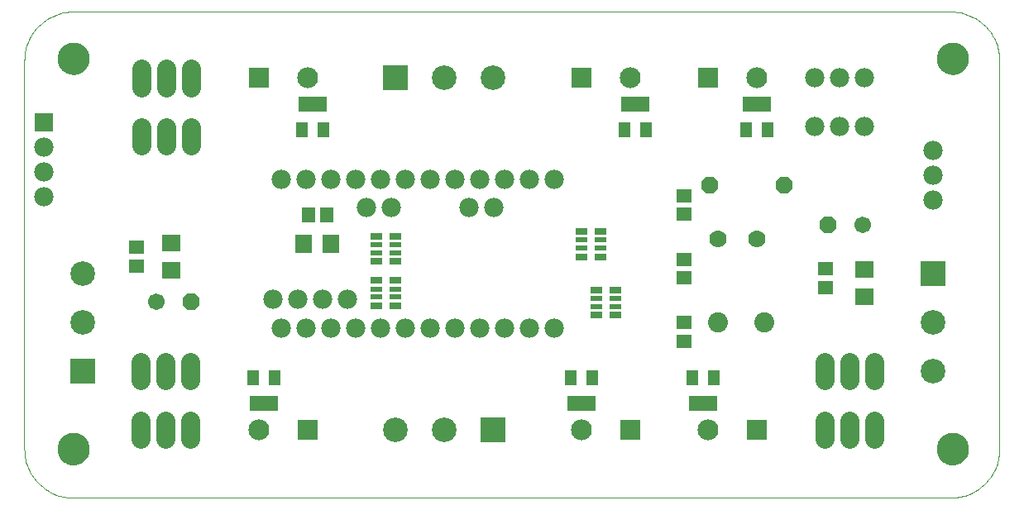
<source format=gbs>
G75*
%MOIN*%
%OFA0B0*%
%FSLAX24Y24*%
%IPPOS*%
%LPD*%
%AMOC8*
5,1,8,0,0,1.08239X$1,22.5*
%
%ADD10C,0.0000*%
%ADD11C,0.1300*%
%ADD12C,0.0780*%
%ADD13C,0.0780*%
%ADD14R,0.0631X0.0552*%
%ADD15R,0.0749X0.0670*%
%ADD16OC8,0.0670*%
%ADD17C,0.0670*%
%ADD18C,0.0700*%
%ADD19R,0.0990X0.0990*%
%ADD20C,0.0990*%
%ADD21R,0.0840X0.0840*%
%ADD22C,0.0840*%
%ADD23R,0.0670X0.0749*%
%ADD24R,0.0552X0.0631*%
%ADD25R,0.1142X0.0591*%
%ADD26R,0.0512X0.0591*%
%ADD27R,0.0493X0.0213*%
%ADD28R,0.0493X0.0288*%
%ADD29C,0.0808*%
%ADD30R,0.0780X0.0780*%
D10*
X002269Y000300D02*
X037623Y000300D01*
X037709Y000302D01*
X037795Y000307D01*
X037880Y000317D01*
X037965Y000330D01*
X038049Y000347D01*
X038133Y000367D01*
X038215Y000391D01*
X038296Y000419D01*
X038377Y000450D01*
X038455Y000484D01*
X038532Y000522D01*
X038608Y000564D01*
X038681Y000608D01*
X038752Y000656D01*
X038822Y000707D01*
X038889Y000761D01*
X038953Y000817D01*
X039015Y000877D01*
X039075Y000939D01*
X039131Y001003D01*
X039185Y001070D01*
X039236Y001140D01*
X039284Y001211D01*
X039328Y001284D01*
X039370Y001360D01*
X039408Y001437D01*
X039442Y001515D01*
X039473Y001596D01*
X039501Y001677D01*
X039525Y001759D01*
X039545Y001843D01*
X039562Y001927D01*
X039575Y002012D01*
X039585Y002097D01*
X039590Y002183D01*
X039592Y002269D01*
X039591Y002269D02*
X039591Y017938D01*
X037072Y018017D02*
X037074Y018067D01*
X037080Y018117D01*
X037090Y018166D01*
X037104Y018214D01*
X037121Y018261D01*
X037142Y018306D01*
X037167Y018350D01*
X037195Y018391D01*
X037227Y018430D01*
X037261Y018467D01*
X037298Y018501D01*
X037338Y018531D01*
X037380Y018558D01*
X037424Y018582D01*
X037470Y018603D01*
X037517Y018619D01*
X037565Y018632D01*
X037615Y018641D01*
X037664Y018646D01*
X037715Y018647D01*
X037765Y018644D01*
X037814Y018637D01*
X037863Y018626D01*
X037911Y018611D01*
X037957Y018593D01*
X038002Y018571D01*
X038045Y018545D01*
X038086Y018516D01*
X038125Y018484D01*
X038161Y018449D01*
X038193Y018411D01*
X038223Y018371D01*
X038250Y018328D01*
X038273Y018284D01*
X038292Y018238D01*
X038308Y018190D01*
X038320Y018141D01*
X038328Y018092D01*
X038332Y018042D01*
X038332Y017992D01*
X038328Y017942D01*
X038320Y017893D01*
X038308Y017844D01*
X038292Y017796D01*
X038273Y017750D01*
X038250Y017706D01*
X038223Y017663D01*
X038193Y017623D01*
X038161Y017585D01*
X038125Y017550D01*
X038086Y017518D01*
X038045Y017489D01*
X038002Y017463D01*
X037957Y017441D01*
X037911Y017423D01*
X037863Y017408D01*
X037814Y017397D01*
X037765Y017390D01*
X037715Y017387D01*
X037664Y017388D01*
X037615Y017393D01*
X037565Y017402D01*
X037517Y017415D01*
X037470Y017431D01*
X037424Y017452D01*
X037380Y017476D01*
X037338Y017503D01*
X037298Y017533D01*
X037261Y017567D01*
X037227Y017604D01*
X037195Y017643D01*
X037167Y017684D01*
X037142Y017728D01*
X037121Y017773D01*
X037104Y017820D01*
X037090Y017868D01*
X037080Y017917D01*
X037074Y017967D01*
X037072Y018017D01*
X037623Y019907D02*
X037709Y019905D01*
X037795Y019900D01*
X037880Y019890D01*
X037965Y019877D01*
X038049Y019860D01*
X038133Y019840D01*
X038215Y019816D01*
X038296Y019788D01*
X038377Y019757D01*
X038455Y019723D01*
X038532Y019685D01*
X038608Y019643D01*
X038681Y019599D01*
X038752Y019551D01*
X038822Y019500D01*
X038889Y019446D01*
X038953Y019390D01*
X039015Y019330D01*
X039075Y019268D01*
X039131Y019204D01*
X039185Y019137D01*
X039236Y019067D01*
X039284Y018996D01*
X039328Y018923D01*
X039370Y018847D01*
X039408Y018770D01*
X039442Y018692D01*
X039473Y018611D01*
X039501Y018530D01*
X039525Y018448D01*
X039545Y018364D01*
X039562Y018280D01*
X039575Y018195D01*
X039585Y018110D01*
X039590Y018024D01*
X039592Y017938D01*
X037623Y019906D02*
X002269Y019906D01*
X001639Y018017D02*
X001641Y018067D01*
X001647Y018117D01*
X001657Y018166D01*
X001671Y018214D01*
X001688Y018261D01*
X001709Y018306D01*
X001734Y018350D01*
X001762Y018391D01*
X001794Y018430D01*
X001828Y018467D01*
X001865Y018501D01*
X001905Y018531D01*
X001947Y018558D01*
X001991Y018582D01*
X002037Y018603D01*
X002084Y018619D01*
X002132Y018632D01*
X002182Y018641D01*
X002231Y018646D01*
X002282Y018647D01*
X002332Y018644D01*
X002381Y018637D01*
X002430Y018626D01*
X002478Y018611D01*
X002524Y018593D01*
X002569Y018571D01*
X002612Y018545D01*
X002653Y018516D01*
X002692Y018484D01*
X002728Y018449D01*
X002760Y018411D01*
X002790Y018371D01*
X002817Y018328D01*
X002840Y018284D01*
X002859Y018238D01*
X002875Y018190D01*
X002887Y018141D01*
X002895Y018092D01*
X002899Y018042D01*
X002899Y017992D01*
X002895Y017942D01*
X002887Y017893D01*
X002875Y017844D01*
X002859Y017796D01*
X002840Y017750D01*
X002817Y017706D01*
X002790Y017663D01*
X002760Y017623D01*
X002728Y017585D01*
X002692Y017550D01*
X002653Y017518D01*
X002612Y017489D01*
X002569Y017463D01*
X002524Y017441D01*
X002478Y017423D01*
X002430Y017408D01*
X002381Y017397D01*
X002332Y017390D01*
X002282Y017387D01*
X002231Y017388D01*
X002182Y017393D01*
X002132Y017402D01*
X002084Y017415D01*
X002037Y017431D01*
X001991Y017452D01*
X001947Y017476D01*
X001905Y017503D01*
X001865Y017533D01*
X001828Y017567D01*
X001794Y017604D01*
X001762Y017643D01*
X001734Y017684D01*
X001709Y017728D01*
X001688Y017773D01*
X001671Y017820D01*
X001657Y017868D01*
X001647Y017917D01*
X001641Y017967D01*
X001639Y018017D01*
X000300Y017938D02*
X000302Y018024D01*
X000307Y018110D01*
X000317Y018195D01*
X000330Y018280D01*
X000347Y018364D01*
X000367Y018448D01*
X000391Y018530D01*
X000419Y018611D01*
X000450Y018692D01*
X000484Y018770D01*
X000522Y018847D01*
X000564Y018923D01*
X000608Y018996D01*
X000656Y019067D01*
X000707Y019137D01*
X000761Y019204D01*
X000817Y019268D01*
X000877Y019330D01*
X000939Y019390D01*
X001003Y019446D01*
X001070Y019500D01*
X001140Y019551D01*
X001211Y019599D01*
X001285Y019643D01*
X001360Y019685D01*
X001437Y019723D01*
X001515Y019757D01*
X001596Y019788D01*
X001677Y019816D01*
X001759Y019840D01*
X001843Y019860D01*
X001927Y019877D01*
X002012Y019890D01*
X002097Y019900D01*
X002183Y019905D01*
X002269Y019907D01*
X000300Y017938D02*
X000300Y002269D01*
X001639Y002269D02*
X001641Y002319D01*
X001647Y002369D01*
X001657Y002418D01*
X001671Y002466D01*
X001688Y002513D01*
X001709Y002558D01*
X001734Y002602D01*
X001762Y002643D01*
X001794Y002682D01*
X001828Y002719D01*
X001865Y002753D01*
X001905Y002783D01*
X001947Y002810D01*
X001991Y002834D01*
X002037Y002855D01*
X002084Y002871D01*
X002132Y002884D01*
X002182Y002893D01*
X002231Y002898D01*
X002282Y002899D01*
X002332Y002896D01*
X002381Y002889D01*
X002430Y002878D01*
X002478Y002863D01*
X002524Y002845D01*
X002569Y002823D01*
X002612Y002797D01*
X002653Y002768D01*
X002692Y002736D01*
X002728Y002701D01*
X002760Y002663D01*
X002790Y002623D01*
X002817Y002580D01*
X002840Y002536D01*
X002859Y002490D01*
X002875Y002442D01*
X002887Y002393D01*
X002895Y002344D01*
X002899Y002294D01*
X002899Y002244D01*
X002895Y002194D01*
X002887Y002145D01*
X002875Y002096D01*
X002859Y002048D01*
X002840Y002002D01*
X002817Y001958D01*
X002790Y001915D01*
X002760Y001875D01*
X002728Y001837D01*
X002692Y001802D01*
X002653Y001770D01*
X002612Y001741D01*
X002569Y001715D01*
X002524Y001693D01*
X002478Y001675D01*
X002430Y001660D01*
X002381Y001649D01*
X002332Y001642D01*
X002282Y001639D01*
X002231Y001640D01*
X002182Y001645D01*
X002132Y001654D01*
X002084Y001667D01*
X002037Y001683D01*
X001991Y001704D01*
X001947Y001728D01*
X001905Y001755D01*
X001865Y001785D01*
X001828Y001819D01*
X001794Y001856D01*
X001762Y001895D01*
X001734Y001936D01*
X001709Y001980D01*
X001688Y002025D01*
X001671Y002072D01*
X001657Y002120D01*
X001647Y002169D01*
X001641Y002219D01*
X001639Y002269D01*
X000300Y002269D02*
X000302Y002183D01*
X000307Y002097D01*
X000317Y002012D01*
X000330Y001927D01*
X000347Y001843D01*
X000367Y001759D01*
X000391Y001677D01*
X000419Y001596D01*
X000450Y001515D01*
X000484Y001437D01*
X000522Y001360D01*
X000564Y001285D01*
X000608Y001211D01*
X000656Y001140D01*
X000707Y001070D01*
X000761Y001003D01*
X000817Y000939D01*
X000877Y000877D01*
X000939Y000817D01*
X001003Y000761D01*
X001070Y000707D01*
X001140Y000656D01*
X001211Y000608D01*
X001284Y000564D01*
X001360Y000522D01*
X001437Y000484D01*
X001515Y000450D01*
X001596Y000419D01*
X001677Y000391D01*
X001759Y000367D01*
X001843Y000347D01*
X001927Y000330D01*
X002012Y000317D01*
X002097Y000307D01*
X002183Y000302D01*
X002269Y000300D01*
X037072Y002269D02*
X037074Y002319D01*
X037080Y002369D01*
X037090Y002418D01*
X037104Y002466D01*
X037121Y002513D01*
X037142Y002558D01*
X037167Y002602D01*
X037195Y002643D01*
X037227Y002682D01*
X037261Y002719D01*
X037298Y002753D01*
X037338Y002783D01*
X037380Y002810D01*
X037424Y002834D01*
X037470Y002855D01*
X037517Y002871D01*
X037565Y002884D01*
X037615Y002893D01*
X037664Y002898D01*
X037715Y002899D01*
X037765Y002896D01*
X037814Y002889D01*
X037863Y002878D01*
X037911Y002863D01*
X037957Y002845D01*
X038002Y002823D01*
X038045Y002797D01*
X038086Y002768D01*
X038125Y002736D01*
X038161Y002701D01*
X038193Y002663D01*
X038223Y002623D01*
X038250Y002580D01*
X038273Y002536D01*
X038292Y002490D01*
X038308Y002442D01*
X038320Y002393D01*
X038328Y002344D01*
X038332Y002294D01*
X038332Y002244D01*
X038328Y002194D01*
X038320Y002145D01*
X038308Y002096D01*
X038292Y002048D01*
X038273Y002002D01*
X038250Y001958D01*
X038223Y001915D01*
X038193Y001875D01*
X038161Y001837D01*
X038125Y001802D01*
X038086Y001770D01*
X038045Y001741D01*
X038002Y001715D01*
X037957Y001693D01*
X037911Y001675D01*
X037863Y001660D01*
X037814Y001649D01*
X037765Y001642D01*
X037715Y001639D01*
X037664Y001640D01*
X037615Y001645D01*
X037565Y001654D01*
X037517Y001667D01*
X037470Y001683D01*
X037424Y001704D01*
X037380Y001728D01*
X037338Y001755D01*
X037298Y001785D01*
X037261Y001819D01*
X037227Y001856D01*
X037195Y001895D01*
X037167Y001936D01*
X037142Y001980D01*
X037121Y002025D01*
X037104Y002072D01*
X037090Y002120D01*
X037080Y002169D01*
X037074Y002219D01*
X037072Y002269D01*
D11*
X037702Y002269D03*
X037702Y018017D03*
X002269Y018017D03*
X002269Y002269D03*
D12*
X010654Y007143D03*
X011654Y007143D03*
X012654Y007143D03*
X013654Y007143D03*
X014654Y007143D03*
X015654Y007143D03*
X016654Y007143D03*
X017654Y007143D03*
X018654Y007143D03*
X019654Y007143D03*
X020654Y007143D03*
X021654Y007143D03*
X013316Y008300D03*
X012316Y008300D03*
X011316Y008300D03*
X010316Y008300D03*
X014092Y012018D03*
X015092Y012018D03*
X014654Y013143D03*
X013654Y013143D03*
X012654Y013143D03*
X011654Y013143D03*
X010654Y013143D03*
X015654Y013143D03*
X016654Y013143D03*
X017654Y013143D03*
X018654Y013143D03*
X019654Y013143D03*
X020654Y013143D03*
X021654Y013143D03*
X019217Y012018D03*
X018217Y012018D03*
X032158Y015261D03*
X033158Y015261D03*
X034158Y015261D03*
X036914Y014308D03*
X036914Y013308D03*
X036914Y012308D03*
X034158Y017229D03*
X033158Y017229D03*
X032158Y017229D03*
X001087Y014457D03*
X001087Y013457D03*
X001087Y012457D03*
D13*
X005024Y014497D02*
X005024Y015237D01*
X006024Y015237D02*
X006024Y014497D01*
X007024Y014497D02*
X007024Y015237D01*
X007024Y016859D02*
X007024Y017599D01*
X006024Y017599D02*
X006024Y016859D01*
X005024Y016859D02*
X005024Y017599D01*
X004993Y005788D02*
X004993Y005048D01*
X005993Y005048D02*
X005993Y005788D01*
X006993Y005788D02*
X006993Y005048D01*
X006993Y003426D02*
X006993Y002686D01*
X005993Y002686D02*
X005993Y003426D01*
X004993Y003426D02*
X004993Y002686D01*
X032552Y002686D02*
X032552Y003426D01*
X033552Y003426D02*
X033552Y002686D01*
X034552Y002686D02*
X034552Y003426D01*
X034552Y005048D02*
X034552Y005788D01*
X033552Y005788D02*
X033552Y005048D01*
X032552Y005048D02*
X032552Y005788D01*
D14*
X026875Y006619D03*
X026875Y007367D03*
X026875Y009178D03*
X026875Y009926D03*
X026875Y011737D03*
X026875Y012485D03*
X032583Y009532D03*
X032583Y008784D03*
X004828Y009650D03*
X004828Y010398D03*
D15*
X006206Y010576D03*
X006206Y009473D03*
X034158Y009513D03*
X034158Y008410D03*
D16*
X032671Y011324D03*
X030934Y012898D03*
X027934Y012898D03*
X007031Y008206D03*
D17*
X005631Y008206D03*
X034071Y011324D03*
D18*
X029828Y010733D03*
X028253Y010733D03*
D19*
X036914Y009355D03*
X019198Y003056D03*
X002662Y005418D03*
X015261Y017229D03*
D20*
X017229Y017229D03*
X019198Y017229D03*
X002662Y009355D03*
X002662Y007387D03*
X015261Y003056D03*
X017229Y003056D03*
X036914Y005418D03*
X036914Y007387D03*
D21*
X029828Y003056D03*
X024709Y003056D03*
X011717Y003056D03*
X009749Y017229D03*
X022741Y017229D03*
X027859Y017229D03*
D22*
X029828Y017229D03*
X024709Y017229D03*
X011717Y017229D03*
X009749Y003056D03*
X022741Y003056D03*
X027859Y003056D03*
D23*
X012662Y010536D03*
X011560Y010536D03*
D24*
X011737Y011717D03*
X012485Y011717D03*
D25*
X011914Y016166D03*
X024906Y016166D03*
X029828Y016166D03*
X027662Y004119D03*
X022741Y004119D03*
X009946Y004119D03*
D26*
X010379Y005143D03*
X009513Y005143D03*
X022308Y005143D03*
X023174Y005143D03*
X027229Y005143D03*
X028095Y005143D03*
X029394Y015143D03*
X030261Y015143D03*
X025339Y015143D03*
X024473Y015143D03*
X012347Y015143D03*
X011481Y015143D03*
D27*
X014483Y010497D03*
X014483Y010182D03*
X015251Y010182D03*
X015251Y010497D03*
X015251Y008725D03*
X015251Y008410D03*
X014483Y008410D03*
X014483Y008725D03*
X022751Y010379D03*
X022751Y010694D03*
X023519Y010694D03*
X023519Y010379D03*
X023341Y008331D03*
X023341Y008017D03*
X024109Y008017D03*
X024109Y008331D03*
D28*
X024109Y008684D03*
X023341Y008684D03*
X023341Y007664D03*
X024109Y007664D03*
X023519Y010026D03*
X022751Y010026D03*
X022751Y011046D03*
X023519Y011046D03*
X015251Y010849D03*
X014483Y010849D03*
X014483Y009830D03*
X015251Y009830D03*
X015251Y009078D03*
X014483Y009078D03*
X014483Y008058D03*
X015251Y008058D03*
D29*
X028253Y007387D03*
X030103Y007387D03*
D30*
X001087Y015457D03*
M02*

</source>
